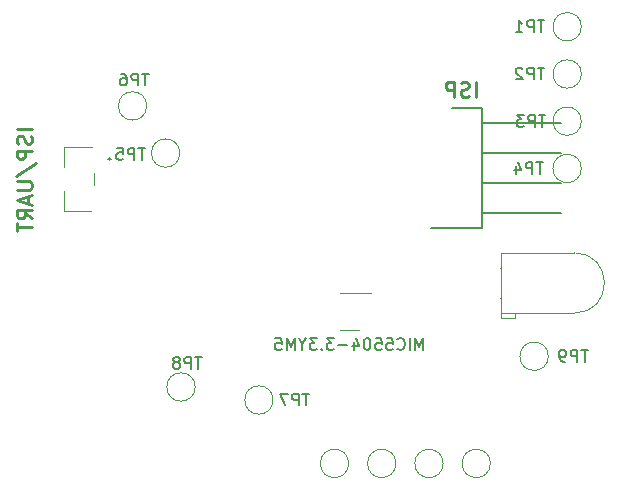
<source format=gbr>
%TF.GenerationSoftware,KiCad,Pcbnew,7.0.1*%
%TF.CreationDate,2023-07-17T15:28:08+02:00*%
%TF.ProjectId,Had_Konzole,4861645f-4b6f-46e7-9a6f-6c652e6b6963,rev?*%
%TF.SameCoordinates,Original*%
%TF.FileFunction,Legend,Bot*%
%TF.FilePolarity,Positive*%
%FSLAX46Y46*%
G04 Gerber Fmt 4.6, Leading zero omitted, Abs format (unit mm)*
G04 Created by KiCad (PCBNEW 7.0.1) date 2023-07-17 15:28:08*
%MOMM*%
%LPD*%
G01*
G04 APERTURE LIST*
%ADD10C,0.254000*%
%ADD11C,0.150000*%
%ADD12C,0.200000*%
%ADD13C,0.120000*%
%ADD14C,0.100000*%
G04 APERTURE END LIST*
D10*
%TO.C,J2*%
X138139762Y-78037526D02*
X138139762Y-76767526D01*
X137595476Y-77977050D02*
X137414047Y-78037526D01*
X137414047Y-78037526D02*
X137111666Y-78037526D01*
X137111666Y-78037526D02*
X136990714Y-77977050D01*
X136990714Y-77977050D02*
X136930238Y-77916573D01*
X136930238Y-77916573D02*
X136869761Y-77795621D01*
X136869761Y-77795621D02*
X136869761Y-77674669D01*
X136869761Y-77674669D02*
X136930238Y-77553716D01*
X136930238Y-77553716D02*
X136990714Y-77493240D01*
X136990714Y-77493240D02*
X137111666Y-77432764D01*
X137111666Y-77432764D02*
X137353571Y-77372288D01*
X137353571Y-77372288D02*
X137474523Y-77311811D01*
X137474523Y-77311811D02*
X137535000Y-77251335D01*
X137535000Y-77251335D02*
X137595476Y-77130383D01*
X137595476Y-77130383D02*
X137595476Y-77009430D01*
X137595476Y-77009430D02*
X137535000Y-76888478D01*
X137535000Y-76888478D02*
X137474523Y-76828002D01*
X137474523Y-76828002D02*
X137353571Y-76767526D01*
X137353571Y-76767526D02*
X137051190Y-76767526D01*
X137051190Y-76767526D02*
X136869761Y-76828002D01*
X136325476Y-78037526D02*
X136325476Y-76767526D01*
X136325476Y-76767526D02*
X135841666Y-76767526D01*
X135841666Y-76767526D02*
X135720714Y-76828002D01*
X135720714Y-76828002D02*
X135660237Y-76888478D01*
X135660237Y-76888478D02*
X135599761Y-77009430D01*
X135599761Y-77009430D02*
X135599761Y-77190859D01*
X135599761Y-77190859D02*
X135660237Y-77311811D01*
X135660237Y-77311811D02*
X135720714Y-77372288D01*
X135720714Y-77372288D02*
X135841666Y-77432764D01*
X135841666Y-77432764D02*
X136325476Y-77432764D01*
D11*
%TO.C,TP2*%
X143961904Y-75562619D02*
X143390476Y-75562619D01*
X143676190Y-76562619D02*
X143676190Y-75562619D01*
X143057142Y-76562619D02*
X143057142Y-75562619D01*
X143057142Y-75562619D02*
X142676190Y-75562619D01*
X142676190Y-75562619D02*
X142580952Y-75610238D01*
X142580952Y-75610238D02*
X142533333Y-75657857D01*
X142533333Y-75657857D02*
X142485714Y-75753095D01*
X142485714Y-75753095D02*
X142485714Y-75895952D01*
X142485714Y-75895952D02*
X142533333Y-75991190D01*
X142533333Y-75991190D02*
X142580952Y-76038809D01*
X142580952Y-76038809D02*
X142676190Y-76086428D01*
X142676190Y-76086428D02*
X143057142Y-76086428D01*
X142104761Y-75657857D02*
X142057142Y-75610238D01*
X142057142Y-75610238D02*
X141961904Y-75562619D01*
X141961904Y-75562619D02*
X141723809Y-75562619D01*
X141723809Y-75562619D02*
X141628571Y-75610238D01*
X141628571Y-75610238D02*
X141580952Y-75657857D01*
X141580952Y-75657857D02*
X141533333Y-75753095D01*
X141533333Y-75753095D02*
X141533333Y-75848333D01*
X141533333Y-75848333D02*
X141580952Y-75991190D01*
X141580952Y-75991190D02*
X142152380Y-76562619D01*
X142152380Y-76562619D02*
X141533333Y-76562619D01*
%TO.C,TP1*%
X143961904Y-71562619D02*
X143390476Y-71562619D01*
X143676190Y-72562619D02*
X143676190Y-71562619D01*
X143057142Y-72562619D02*
X143057142Y-71562619D01*
X143057142Y-71562619D02*
X142676190Y-71562619D01*
X142676190Y-71562619D02*
X142580952Y-71610238D01*
X142580952Y-71610238D02*
X142533333Y-71657857D01*
X142533333Y-71657857D02*
X142485714Y-71753095D01*
X142485714Y-71753095D02*
X142485714Y-71895952D01*
X142485714Y-71895952D02*
X142533333Y-71991190D01*
X142533333Y-71991190D02*
X142580952Y-72038809D01*
X142580952Y-72038809D02*
X142676190Y-72086428D01*
X142676190Y-72086428D02*
X143057142Y-72086428D01*
X141533333Y-72562619D02*
X142104761Y-72562619D01*
X141819047Y-72562619D02*
X141819047Y-71562619D01*
X141819047Y-71562619D02*
X141914285Y-71705476D01*
X141914285Y-71705476D02*
X142009523Y-71800714D01*
X142009523Y-71800714D02*
X142104761Y-71848333D01*
%TO.C,TP6*%
X110461904Y-76062619D02*
X109890476Y-76062619D01*
X110176190Y-77062619D02*
X110176190Y-76062619D01*
X109557142Y-77062619D02*
X109557142Y-76062619D01*
X109557142Y-76062619D02*
X109176190Y-76062619D01*
X109176190Y-76062619D02*
X109080952Y-76110238D01*
X109080952Y-76110238D02*
X109033333Y-76157857D01*
X109033333Y-76157857D02*
X108985714Y-76253095D01*
X108985714Y-76253095D02*
X108985714Y-76395952D01*
X108985714Y-76395952D02*
X109033333Y-76491190D01*
X109033333Y-76491190D02*
X109080952Y-76538809D01*
X109080952Y-76538809D02*
X109176190Y-76586428D01*
X109176190Y-76586428D02*
X109557142Y-76586428D01*
X108128571Y-76062619D02*
X108319047Y-76062619D01*
X108319047Y-76062619D02*
X108414285Y-76110238D01*
X108414285Y-76110238D02*
X108461904Y-76157857D01*
X108461904Y-76157857D02*
X108557142Y-76300714D01*
X108557142Y-76300714D02*
X108604761Y-76491190D01*
X108604761Y-76491190D02*
X108604761Y-76872142D01*
X108604761Y-76872142D02*
X108557142Y-76967380D01*
X108557142Y-76967380D02*
X108509523Y-77015000D01*
X108509523Y-77015000D02*
X108414285Y-77062619D01*
X108414285Y-77062619D02*
X108223809Y-77062619D01*
X108223809Y-77062619D02*
X108128571Y-77015000D01*
X108128571Y-77015000D02*
X108080952Y-76967380D01*
X108080952Y-76967380D02*
X108033333Y-76872142D01*
X108033333Y-76872142D02*
X108033333Y-76634047D01*
X108033333Y-76634047D02*
X108080952Y-76538809D01*
X108080952Y-76538809D02*
X108128571Y-76491190D01*
X108128571Y-76491190D02*
X108223809Y-76443571D01*
X108223809Y-76443571D02*
X108414285Y-76443571D01*
X108414285Y-76443571D02*
X108509523Y-76491190D01*
X108509523Y-76491190D02*
X108557142Y-76538809D01*
X108557142Y-76538809D02*
X108604761Y-76634047D01*
%TO.C,TP5*%
X110161904Y-82362619D02*
X109590476Y-82362619D01*
X109876190Y-83362619D02*
X109876190Y-82362619D01*
X109257142Y-83362619D02*
X109257142Y-82362619D01*
X109257142Y-82362619D02*
X108876190Y-82362619D01*
X108876190Y-82362619D02*
X108780952Y-82410238D01*
X108780952Y-82410238D02*
X108733333Y-82457857D01*
X108733333Y-82457857D02*
X108685714Y-82553095D01*
X108685714Y-82553095D02*
X108685714Y-82695952D01*
X108685714Y-82695952D02*
X108733333Y-82791190D01*
X108733333Y-82791190D02*
X108780952Y-82838809D01*
X108780952Y-82838809D02*
X108876190Y-82886428D01*
X108876190Y-82886428D02*
X109257142Y-82886428D01*
X107780952Y-82362619D02*
X108257142Y-82362619D01*
X108257142Y-82362619D02*
X108304761Y-82838809D01*
X108304761Y-82838809D02*
X108257142Y-82791190D01*
X108257142Y-82791190D02*
X108161904Y-82743571D01*
X108161904Y-82743571D02*
X107923809Y-82743571D01*
X107923809Y-82743571D02*
X107828571Y-82791190D01*
X107828571Y-82791190D02*
X107780952Y-82838809D01*
X107780952Y-82838809D02*
X107733333Y-82934047D01*
X107733333Y-82934047D02*
X107733333Y-83172142D01*
X107733333Y-83172142D02*
X107780952Y-83267380D01*
X107780952Y-83267380D02*
X107828571Y-83315000D01*
X107828571Y-83315000D02*
X107923809Y-83362619D01*
X107923809Y-83362619D02*
X108161904Y-83362619D01*
X108161904Y-83362619D02*
X108257142Y-83315000D01*
X108257142Y-83315000D02*
X108304761Y-83267380D01*
%TO.C,TP3*%
X144061904Y-79562619D02*
X143490476Y-79562619D01*
X143776190Y-80562619D02*
X143776190Y-79562619D01*
X143157142Y-80562619D02*
X143157142Y-79562619D01*
X143157142Y-79562619D02*
X142776190Y-79562619D01*
X142776190Y-79562619D02*
X142680952Y-79610238D01*
X142680952Y-79610238D02*
X142633333Y-79657857D01*
X142633333Y-79657857D02*
X142585714Y-79753095D01*
X142585714Y-79753095D02*
X142585714Y-79895952D01*
X142585714Y-79895952D02*
X142633333Y-79991190D01*
X142633333Y-79991190D02*
X142680952Y-80038809D01*
X142680952Y-80038809D02*
X142776190Y-80086428D01*
X142776190Y-80086428D02*
X143157142Y-80086428D01*
X142252380Y-79562619D02*
X141633333Y-79562619D01*
X141633333Y-79562619D02*
X141966666Y-79943571D01*
X141966666Y-79943571D02*
X141823809Y-79943571D01*
X141823809Y-79943571D02*
X141728571Y-79991190D01*
X141728571Y-79991190D02*
X141680952Y-80038809D01*
X141680952Y-80038809D02*
X141633333Y-80134047D01*
X141633333Y-80134047D02*
X141633333Y-80372142D01*
X141633333Y-80372142D02*
X141680952Y-80467380D01*
X141680952Y-80467380D02*
X141728571Y-80515000D01*
X141728571Y-80515000D02*
X141823809Y-80562619D01*
X141823809Y-80562619D02*
X142109523Y-80562619D01*
X142109523Y-80562619D02*
X142204761Y-80515000D01*
X142204761Y-80515000D02*
X142252380Y-80467380D01*
%TO.C,TP8*%
X114961904Y-100062619D02*
X114390476Y-100062619D01*
X114676190Y-101062619D02*
X114676190Y-100062619D01*
X114057142Y-101062619D02*
X114057142Y-100062619D01*
X114057142Y-100062619D02*
X113676190Y-100062619D01*
X113676190Y-100062619D02*
X113580952Y-100110238D01*
X113580952Y-100110238D02*
X113533333Y-100157857D01*
X113533333Y-100157857D02*
X113485714Y-100253095D01*
X113485714Y-100253095D02*
X113485714Y-100395952D01*
X113485714Y-100395952D02*
X113533333Y-100491190D01*
X113533333Y-100491190D02*
X113580952Y-100538809D01*
X113580952Y-100538809D02*
X113676190Y-100586428D01*
X113676190Y-100586428D02*
X114057142Y-100586428D01*
X112914285Y-100491190D02*
X113009523Y-100443571D01*
X113009523Y-100443571D02*
X113057142Y-100395952D01*
X113057142Y-100395952D02*
X113104761Y-100300714D01*
X113104761Y-100300714D02*
X113104761Y-100253095D01*
X113104761Y-100253095D02*
X113057142Y-100157857D01*
X113057142Y-100157857D02*
X113009523Y-100110238D01*
X113009523Y-100110238D02*
X112914285Y-100062619D01*
X112914285Y-100062619D02*
X112723809Y-100062619D01*
X112723809Y-100062619D02*
X112628571Y-100110238D01*
X112628571Y-100110238D02*
X112580952Y-100157857D01*
X112580952Y-100157857D02*
X112533333Y-100253095D01*
X112533333Y-100253095D02*
X112533333Y-100300714D01*
X112533333Y-100300714D02*
X112580952Y-100395952D01*
X112580952Y-100395952D02*
X112628571Y-100443571D01*
X112628571Y-100443571D02*
X112723809Y-100491190D01*
X112723809Y-100491190D02*
X112914285Y-100491190D01*
X112914285Y-100491190D02*
X113009523Y-100538809D01*
X113009523Y-100538809D02*
X113057142Y-100586428D01*
X113057142Y-100586428D02*
X113104761Y-100681666D01*
X113104761Y-100681666D02*
X113104761Y-100872142D01*
X113104761Y-100872142D02*
X113057142Y-100967380D01*
X113057142Y-100967380D02*
X113009523Y-101015000D01*
X113009523Y-101015000D02*
X112914285Y-101062619D01*
X112914285Y-101062619D02*
X112723809Y-101062619D01*
X112723809Y-101062619D02*
X112628571Y-101015000D01*
X112628571Y-101015000D02*
X112580952Y-100967380D01*
X112580952Y-100967380D02*
X112533333Y-100872142D01*
X112533333Y-100872142D02*
X112533333Y-100681666D01*
X112533333Y-100681666D02*
X112580952Y-100586428D01*
X112580952Y-100586428D02*
X112628571Y-100538809D01*
X112628571Y-100538809D02*
X112723809Y-100491190D01*
%TO.C,TP9*%
X147661904Y-99462619D02*
X147090476Y-99462619D01*
X147376190Y-100462619D02*
X147376190Y-99462619D01*
X146757142Y-100462619D02*
X146757142Y-99462619D01*
X146757142Y-99462619D02*
X146376190Y-99462619D01*
X146376190Y-99462619D02*
X146280952Y-99510238D01*
X146280952Y-99510238D02*
X146233333Y-99557857D01*
X146233333Y-99557857D02*
X146185714Y-99653095D01*
X146185714Y-99653095D02*
X146185714Y-99795952D01*
X146185714Y-99795952D02*
X146233333Y-99891190D01*
X146233333Y-99891190D02*
X146280952Y-99938809D01*
X146280952Y-99938809D02*
X146376190Y-99986428D01*
X146376190Y-99986428D02*
X146757142Y-99986428D01*
X145709523Y-100462619D02*
X145519047Y-100462619D01*
X145519047Y-100462619D02*
X145423809Y-100415000D01*
X145423809Y-100415000D02*
X145376190Y-100367380D01*
X145376190Y-100367380D02*
X145280952Y-100224523D01*
X145280952Y-100224523D02*
X145233333Y-100034047D01*
X145233333Y-100034047D02*
X145233333Y-99653095D01*
X145233333Y-99653095D02*
X145280952Y-99557857D01*
X145280952Y-99557857D02*
X145328571Y-99510238D01*
X145328571Y-99510238D02*
X145423809Y-99462619D01*
X145423809Y-99462619D02*
X145614285Y-99462619D01*
X145614285Y-99462619D02*
X145709523Y-99510238D01*
X145709523Y-99510238D02*
X145757142Y-99557857D01*
X145757142Y-99557857D02*
X145804761Y-99653095D01*
X145804761Y-99653095D02*
X145804761Y-99891190D01*
X145804761Y-99891190D02*
X145757142Y-99986428D01*
X145757142Y-99986428D02*
X145709523Y-100034047D01*
X145709523Y-100034047D02*
X145614285Y-100081666D01*
X145614285Y-100081666D02*
X145423809Y-100081666D01*
X145423809Y-100081666D02*
X145328571Y-100034047D01*
X145328571Y-100034047D02*
X145280952Y-99986428D01*
X145280952Y-99986428D02*
X145233333Y-99891190D01*
%TO.C,TP4*%
X143861904Y-83562619D02*
X143290476Y-83562619D01*
X143576190Y-84562619D02*
X143576190Y-83562619D01*
X142957142Y-84562619D02*
X142957142Y-83562619D01*
X142957142Y-83562619D02*
X142576190Y-83562619D01*
X142576190Y-83562619D02*
X142480952Y-83610238D01*
X142480952Y-83610238D02*
X142433333Y-83657857D01*
X142433333Y-83657857D02*
X142385714Y-83753095D01*
X142385714Y-83753095D02*
X142385714Y-83895952D01*
X142385714Y-83895952D02*
X142433333Y-83991190D01*
X142433333Y-83991190D02*
X142480952Y-84038809D01*
X142480952Y-84038809D02*
X142576190Y-84086428D01*
X142576190Y-84086428D02*
X142957142Y-84086428D01*
X141528571Y-83895952D02*
X141528571Y-84562619D01*
X141766666Y-83515000D02*
X142004761Y-84229285D01*
X142004761Y-84229285D02*
X141385714Y-84229285D01*
%TO.C,U4*%
X133724403Y-99462619D02*
X133724403Y-98462619D01*
X133724403Y-98462619D02*
X133391070Y-99176904D01*
X133391070Y-99176904D02*
X133057737Y-98462619D01*
X133057737Y-98462619D02*
X133057737Y-99462619D01*
X132581546Y-99462619D02*
X132581546Y-98462619D01*
X131533928Y-99367380D02*
X131581547Y-99415000D01*
X131581547Y-99415000D02*
X131724404Y-99462619D01*
X131724404Y-99462619D02*
X131819642Y-99462619D01*
X131819642Y-99462619D02*
X131962499Y-99415000D01*
X131962499Y-99415000D02*
X132057737Y-99319761D01*
X132057737Y-99319761D02*
X132105356Y-99224523D01*
X132105356Y-99224523D02*
X132152975Y-99034047D01*
X132152975Y-99034047D02*
X132152975Y-98891190D01*
X132152975Y-98891190D02*
X132105356Y-98700714D01*
X132105356Y-98700714D02*
X132057737Y-98605476D01*
X132057737Y-98605476D02*
X131962499Y-98510238D01*
X131962499Y-98510238D02*
X131819642Y-98462619D01*
X131819642Y-98462619D02*
X131724404Y-98462619D01*
X131724404Y-98462619D02*
X131581547Y-98510238D01*
X131581547Y-98510238D02*
X131533928Y-98557857D01*
X130629166Y-98462619D02*
X131105356Y-98462619D01*
X131105356Y-98462619D02*
X131152975Y-98938809D01*
X131152975Y-98938809D02*
X131105356Y-98891190D01*
X131105356Y-98891190D02*
X131010118Y-98843571D01*
X131010118Y-98843571D02*
X130772023Y-98843571D01*
X130772023Y-98843571D02*
X130676785Y-98891190D01*
X130676785Y-98891190D02*
X130629166Y-98938809D01*
X130629166Y-98938809D02*
X130581547Y-99034047D01*
X130581547Y-99034047D02*
X130581547Y-99272142D01*
X130581547Y-99272142D02*
X130629166Y-99367380D01*
X130629166Y-99367380D02*
X130676785Y-99415000D01*
X130676785Y-99415000D02*
X130772023Y-99462619D01*
X130772023Y-99462619D02*
X131010118Y-99462619D01*
X131010118Y-99462619D02*
X131105356Y-99415000D01*
X131105356Y-99415000D02*
X131152975Y-99367380D01*
X129676785Y-98462619D02*
X130152975Y-98462619D01*
X130152975Y-98462619D02*
X130200594Y-98938809D01*
X130200594Y-98938809D02*
X130152975Y-98891190D01*
X130152975Y-98891190D02*
X130057737Y-98843571D01*
X130057737Y-98843571D02*
X129819642Y-98843571D01*
X129819642Y-98843571D02*
X129724404Y-98891190D01*
X129724404Y-98891190D02*
X129676785Y-98938809D01*
X129676785Y-98938809D02*
X129629166Y-99034047D01*
X129629166Y-99034047D02*
X129629166Y-99272142D01*
X129629166Y-99272142D02*
X129676785Y-99367380D01*
X129676785Y-99367380D02*
X129724404Y-99415000D01*
X129724404Y-99415000D02*
X129819642Y-99462619D01*
X129819642Y-99462619D02*
X130057737Y-99462619D01*
X130057737Y-99462619D02*
X130152975Y-99415000D01*
X130152975Y-99415000D02*
X130200594Y-99367380D01*
X129010118Y-98462619D02*
X128914880Y-98462619D01*
X128914880Y-98462619D02*
X128819642Y-98510238D01*
X128819642Y-98510238D02*
X128772023Y-98557857D01*
X128772023Y-98557857D02*
X128724404Y-98653095D01*
X128724404Y-98653095D02*
X128676785Y-98843571D01*
X128676785Y-98843571D02*
X128676785Y-99081666D01*
X128676785Y-99081666D02*
X128724404Y-99272142D01*
X128724404Y-99272142D02*
X128772023Y-99367380D01*
X128772023Y-99367380D02*
X128819642Y-99415000D01*
X128819642Y-99415000D02*
X128914880Y-99462619D01*
X128914880Y-99462619D02*
X129010118Y-99462619D01*
X129010118Y-99462619D02*
X129105356Y-99415000D01*
X129105356Y-99415000D02*
X129152975Y-99367380D01*
X129152975Y-99367380D02*
X129200594Y-99272142D01*
X129200594Y-99272142D02*
X129248213Y-99081666D01*
X129248213Y-99081666D02*
X129248213Y-98843571D01*
X129248213Y-98843571D02*
X129200594Y-98653095D01*
X129200594Y-98653095D02*
X129152975Y-98557857D01*
X129152975Y-98557857D02*
X129105356Y-98510238D01*
X129105356Y-98510238D02*
X129010118Y-98462619D01*
X127819642Y-98795952D02*
X127819642Y-99462619D01*
X128057737Y-98415000D02*
X128295832Y-99129285D01*
X128295832Y-99129285D02*
X127676785Y-99129285D01*
X127295832Y-99081666D02*
X126533928Y-99081666D01*
X126152975Y-98462619D02*
X125533928Y-98462619D01*
X125533928Y-98462619D02*
X125867261Y-98843571D01*
X125867261Y-98843571D02*
X125724404Y-98843571D01*
X125724404Y-98843571D02*
X125629166Y-98891190D01*
X125629166Y-98891190D02*
X125581547Y-98938809D01*
X125581547Y-98938809D02*
X125533928Y-99034047D01*
X125533928Y-99034047D02*
X125533928Y-99272142D01*
X125533928Y-99272142D02*
X125581547Y-99367380D01*
X125581547Y-99367380D02*
X125629166Y-99415000D01*
X125629166Y-99415000D02*
X125724404Y-99462619D01*
X125724404Y-99462619D02*
X126010118Y-99462619D01*
X126010118Y-99462619D02*
X126105356Y-99415000D01*
X126105356Y-99415000D02*
X126152975Y-99367380D01*
X125105356Y-99367380D02*
X125057737Y-99415000D01*
X125057737Y-99415000D02*
X125105356Y-99462619D01*
X125105356Y-99462619D02*
X125152975Y-99415000D01*
X125152975Y-99415000D02*
X125105356Y-99367380D01*
X125105356Y-99367380D02*
X125105356Y-99462619D01*
X124724404Y-98462619D02*
X124105357Y-98462619D01*
X124105357Y-98462619D02*
X124438690Y-98843571D01*
X124438690Y-98843571D02*
X124295833Y-98843571D01*
X124295833Y-98843571D02*
X124200595Y-98891190D01*
X124200595Y-98891190D02*
X124152976Y-98938809D01*
X124152976Y-98938809D02*
X124105357Y-99034047D01*
X124105357Y-99034047D02*
X124105357Y-99272142D01*
X124105357Y-99272142D02*
X124152976Y-99367380D01*
X124152976Y-99367380D02*
X124200595Y-99415000D01*
X124200595Y-99415000D02*
X124295833Y-99462619D01*
X124295833Y-99462619D02*
X124581547Y-99462619D01*
X124581547Y-99462619D02*
X124676785Y-99415000D01*
X124676785Y-99415000D02*
X124724404Y-99367380D01*
X123486309Y-98986428D02*
X123486309Y-99462619D01*
X123819642Y-98462619D02*
X123486309Y-98986428D01*
X123486309Y-98986428D02*
X123152976Y-98462619D01*
X122819642Y-99462619D02*
X122819642Y-98462619D01*
X122819642Y-98462619D02*
X122486309Y-99176904D01*
X122486309Y-99176904D02*
X122152976Y-98462619D01*
X122152976Y-98462619D02*
X122152976Y-99462619D01*
X121200595Y-98462619D02*
X121676785Y-98462619D01*
X121676785Y-98462619D02*
X121724404Y-98938809D01*
X121724404Y-98938809D02*
X121676785Y-98891190D01*
X121676785Y-98891190D02*
X121581547Y-98843571D01*
X121581547Y-98843571D02*
X121343452Y-98843571D01*
X121343452Y-98843571D02*
X121248214Y-98891190D01*
X121248214Y-98891190D02*
X121200595Y-98938809D01*
X121200595Y-98938809D02*
X121152976Y-99034047D01*
X121152976Y-99034047D02*
X121152976Y-99272142D01*
X121152976Y-99272142D02*
X121200595Y-99367380D01*
X121200595Y-99367380D02*
X121248214Y-99415000D01*
X121248214Y-99415000D02*
X121343452Y-99462619D01*
X121343452Y-99462619D02*
X121581547Y-99462619D01*
X121581547Y-99462619D02*
X121676785Y-99415000D01*
X121676785Y-99415000D02*
X121724404Y-99367380D01*
%TO.C,TP7*%
X124061904Y-103162619D02*
X123490476Y-103162619D01*
X123776190Y-104162619D02*
X123776190Y-103162619D01*
X123157142Y-104162619D02*
X123157142Y-103162619D01*
X123157142Y-103162619D02*
X122776190Y-103162619D01*
X122776190Y-103162619D02*
X122680952Y-103210238D01*
X122680952Y-103210238D02*
X122633333Y-103257857D01*
X122633333Y-103257857D02*
X122585714Y-103353095D01*
X122585714Y-103353095D02*
X122585714Y-103495952D01*
X122585714Y-103495952D02*
X122633333Y-103591190D01*
X122633333Y-103591190D02*
X122680952Y-103638809D01*
X122680952Y-103638809D02*
X122776190Y-103686428D01*
X122776190Y-103686428D02*
X123157142Y-103686428D01*
X122252380Y-103162619D02*
X121585714Y-103162619D01*
X121585714Y-103162619D02*
X122014285Y-104162619D01*
D10*
%TO.C,SW6*%
X100587526Y-80766666D02*
X99317526Y-80766666D01*
X100527050Y-81310952D02*
X100587526Y-81492381D01*
X100587526Y-81492381D02*
X100587526Y-81794762D01*
X100587526Y-81794762D02*
X100527050Y-81915714D01*
X100527050Y-81915714D02*
X100466573Y-81976190D01*
X100466573Y-81976190D02*
X100345621Y-82036667D01*
X100345621Y-82036667D02*
X100224669Y-82036667D01*
X100224669Y-82036667D02*
X100103716Y-81976190D01*
X100103716Y-81976190D02*
X100043240Y-81915714D01*
X100043240Y-81915714D02*
X99982764Y-81794762D01*
X99982764Y-81794762D02*
X99922288Y-81552857D01*
X99922288Y-81552857D02*
X99861811Y-81431905D01*
X99861811Y-81431905D02*
X99801335Y-81371428D01*
X99801335Y-81371428D02*
X99680383Y-81310952D01*
X99680383Y-81310952D02*
X99559430Y-81310952D01*
X99559430Y-81310952D02*
X99438478Y-81371428D01*
X99438478Y-81371428D02*
X99378002Y-81431905D01*
X99378002Y-81431905D02*
X99317526Y-81552857D01*
X99317526Y-81552857D02*
X99317526Y-81855238D01*
X99317526Y-81855238D02*
X99378002Y-82036667D01*
X100587526Y-82580952D02*
X99317526Y-82580952D01*
X99317526Y-82580952D02*
X99317526Y-83064762D01*
X99317526Y-83064762D02*
X99378002Y-83185714D01*
X99378002Y-83185714D02*
X99438478Y-83246191D01*
X99438478Y-83246191D02*
X99559430Y-83306667D01*
X99559430Y-83306667D02*
X99740859Y-83306667D01*
X99740859Y-83306667D02*
X99861811Y-83246191D01*
X99861811Y-83246191D02*
X99922288Y-83185714D01*
X99922288Y-83185714D02*
X99982764Y-83064762D01*
X99982764Y-83064762D02*
X99982764Y-82580952D01*
X99257050Y-84758095D02*
X100889907Y-83669524D01*
X99317526Y-85181428D02*
X100345621Y-85181428D01*
X100345621Y-85181428D02*
X100466573Y-85241905D01*
X100466573Y-85241905D02*
X100527050Y-85302381D01*
X100527050Y-85302381D02*
X100587526Y-85423333D01*
X100587526Y-85423333D02*
X100587526Y-85665238D01*
X100587526Y-85665238D02*
X100527050Y-85786190D01*
X100527050Y-85786190D02*
X100466573Y-85846667D01*
X100466573Y-85846667D02*
X100345621Y-85907143D01*
X100345621Y-85907143D02*
X99317526Y-85907143D01*
X100224669Y-86451428D02*
X100224669Y-87056190D01*
X100587526Y-86330476D02*
X99317526Y-86753809D01*
X99317526Y-86753809D02*
X100587526Y-87177143D01*
X100587526Y-88326190D02*
X99982764Y-87902856D01*
X100587526Y-87600475D02*
X99317526Y-87600475D01*
X99317526Y-87600475D02*
X99317526Y-88084285D01*
X99317526Y-88084285D02*
X99378002Y-88205237D01*
X99378002Y-88205237D02*
X99438478Y-88265714D01*
X99438478Y-88265714D02*
X99559430Y-88326190D01*
X99559430Y-88326190D02*
X99740859Y-88326190D01*
X99740859Y-88326190D02*
X99861811Y-88265714D01*
X99861811Y-88265714D02*
X99922288Y-88205237D01*
X99922288Y-88205237D02*
X99982764Y-88084285D01*
X99982764Y-88084285D02*
X99982764Y-87600475D01*
X99317526Y-88689047D02*
X99317526Y-89414761D01*
X100587526Y-89051904D02*
X99317526Y-89051904D01*
D12*
%TO.C,J2*%
X134400000Y-89110000D02*
X138650000Y-89110000D01*
X138650000Y-89110000D02*
X138650000Y-78950000D01*
X138650000Y-87840000D02*
X145400000Y-87840000D01*
X138650000Y-85300000D02*
X145400000Y-85300000D01*
X138650000Y-82760000D02*
X145400000Y-82760000D01*
X138650000Y-80220000D02*
X145400000Y-80220000D01*
X138650000Y-78950000D02*
X136150000Y-78950000D01*
D13*
%TO.C,TP2*%
X147100000Y-76100000D02*
G75*
G03*
X147100000Y-76100000I-1200000J0D01*
G01*
%TO.C,TP1*%
X147100000Y-72100000D02*
G75*
G03*
X147100000Y-72100000I-1200000J0D01*
G01*
%TO.C,TP6*%
X110300000Y-78800000D02*
G75*
G03*
X110300000Y-78800000I-1200000J0D01*
G01*
%TO.C,TP5*%
X113100000Y-82800000D02*
G75*
G03*
X113100000Y-82800000I-1200000J0D01*
G01*
%TO.C,TP3*%
X147100000Y-80100000D02*
G75*
G03*
X147100000Y-80100000I-1200000J0D01*
G01*
%TO.C,TP8*%
X114400000Y-102600000D02*
G75*
G03*
X114400000Y-102600000I-1200000J0D01*
G01*
%TO.C,TP9*%
X144300000Y-100000000D02*
G75*
G03*
X144300000Y-100000000I-1200000J0D01*
G01*
%TO.C,D1*%
X140335000Y-91235000D02*
X146495000Y-91235000D01*
X140335000Y-91235000D02*
X140335000Y-96355000D01*
X140335000Y-92525000D02*
X140335000Y-92525000D01*
X140335000Y-92525000D02*
X140205000Y-92525000D01*
X140205000Y-92525000D02*
X140335000Y-92525000D01*
X140205000Y-92525000D02*
X140205000Y-92525000D01*
X140335000Y-95065000D02*
X140335000Y-95065000D01*
X140335000Y-95065000D02*
X140205000Y-95065000D01*
X140205000Y-95065000D02*
X140335000Y-95065000D01*
X140205000Y-95065000D02*
X140205000Y-95065000D01*
X141455000Y-96355000D02*
X140335000Y-96355000D01*
X140335000Y-96355000D02*
X146495000Y-96355000D01*
X140335000Y-96355000D02*
X140335000Y-96755000D01*
X141455000Y-96755000D02*
X141455000Y-96355000D01*
X140335000Y-96755000D02*
X141455000Y-96755000D01*
X146495000Y-96355000D02*
G75*
G03*
X146495000Y-91235000I0J2560000D01*
G01*
%TO.C,TP4*%
X147100000Y-84100000D02*
G75*
G03*
X147100000Y-84100000I-1200000J0D01*
G01*
%TO.C,U4*%
X127462500Y-97760000D02*
X128262500Y-97760000D01*
X127462500Y-97760000D02*
X126662500Y-97760000D01*
X127462500Y-94640000D02*
X129262500Y-94640000D01*
X127462500Y-94640000D02*
X126662500Y-94640000D01*
%TO.C,J7*%
X127400000Y-109075000D02*
G75*
G03*
X127400000Y-109075000I-1200000J0D01*
G01*
%TO.C,J6*%
X131400000Y-109075000D02*
G75*
G03*
X131400000Y-109075000I-1200000J0D01*
G01*
%TO.C,TP7*%
X121000000Y-103700000D02*
G75*
G03*
X121000000Y-103700000I-1200000J0D01*
G01*
D14*
%TO.C,SW6*%
X105700000Y-82300000D02*
X105700000Y-82300000D01*
X105700000Y-82300000D02*
X103300000Y-82300000D01*
X103300000Y-82300000D02*
X103300000Y-84000000D01*
D12*
X107250000Y-83300000D02*
X107250000Y-83300000D01*
X107050000Y-83300000D02*
X107050000Y-83300000D01*
D14*
X105800000Y-84500000D02*
X105800000Y-85500000D01*
X103300000Y-86000000D02*
X103300000Y-87700000D01*
X103300000Y-87700000D02*
X105550000Y-87700000D01*
D12*
X107050000Y-83300000D02*
G75*
G03*
X107250000Y-83300000I100000J0D01*
G01*
X107250000Y-83300000D02*
G75*
G03*
X107050000Y-83300000I-100000J0D01*
G01*
D13*
%TO.C,J9*%
X135400000Y-109075000D02*
G75*
G03*
X135400000Y-109075000I-1200000J0D01*
G01*
%TO.C,J11*%
X139400000Y-109075000D02*
G75*
G03*
X139400000Y-109075000I-1200000J0D01*
G01*
%TD*%
M02*

</source>
